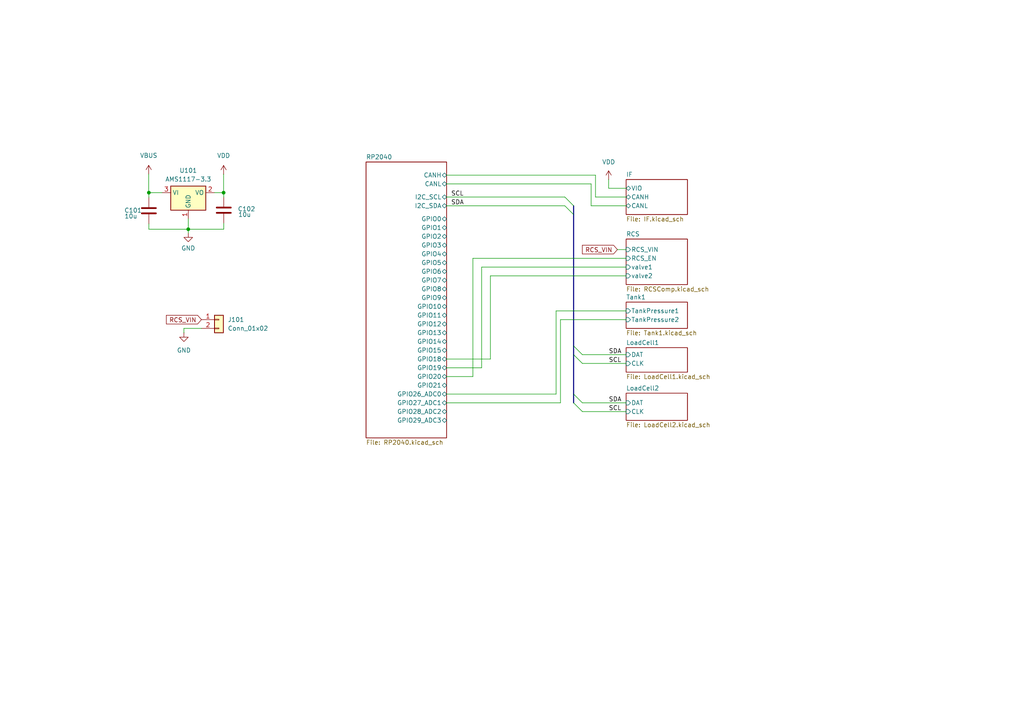
<source format=kicad_sch>
(kicad_sch (version 20231120) (generator "eeschema") (generator_version "8.0")
  (paper "A4")
  (lib_symbols
    (symbol "Connector_Generic:Conn_01x02" (pin_names (offset 1.016) hide)
      (property "Reference" "J" (at 0 2.54 0))
      (property "Value" "Conn_01x02" (at 0 -5.08 0))
      (symbol "Conn_01x02_1_1"
        (rectangle (start -1.27 -2.413) (end 0 -2.667) (stroke (width 0.1524)))
        (rectangle (start -1.27 0.127) (end 0 -0.127) (stroke (width 0.1524)))
        (rectangle (start -1.27 1.27) (end 1.27 -3.81) (stroke (width 0.254)) (fill (type background)))
        (pin passive line (at -5.08 0 0) (length 3.81) (name "Pin_1") (number "1"))
        (pin passive line (at -5.08 -2.54 0) (length 3.81) (name "Pin_2") (number "2"))
      )
    )
    (symbol "Device:C" (pin_numbers hide) (pin_names (offset 0.254))
      (property "Reference" "C" (at 0.635 2.54 0))
      (property "Value" "C" (at 0.635 -2.54 0))
      (symbol "C_0_1"
        (polyline (pts (xy -2.032 -0.762) (xy 2.032 -0.762)) (stroke (width 0.508)))
        (polyline (pts (xy -2.032 0.762) (xy 2.032 0.762)) (stroke (width 0.508)))
      )
      (symbol "C_1_1"
        (pin passive line (at 0 3.81 270) (length 2.794) (name "~") (number "1"))
        (pin passive line (at 0 -3.81 90) (length 2.794) (name "~") (number "2"))
      )
    )
    (symbol "Regulator_Linear:AMS1117-3.3"
      (property "Reference" "U" (at -3.81 3.175 0))
      (property "Value" "AMS1117-3.3" (at 0 3.175 0))
      (symbol "AMS1117-3.3_0_1"
        (rectangle (start -5.08 -5.08) (end 5.08 1.905) (stroke (width 0.254)) (fill (type background)))
      )
      (symbol "AMS1117-3.3_1_1"
        (pin power_in line (at 0 -7.62 90) (length 2.54) (name "GND") (number "1"))
        (pin power_out line (at 7.62 0 180) (length 2.54) (name "VO") (number "2"))
        (pin power_in line (at -7.62 0 0) (length 2.54) (name "VI") (number "3"))
      )
    )
    (symbol "power:GND" (power) (pin_numbers hide) (pin_names (offset 0) hide)
      (property "Value" "GND" (at 0 -3.81 0))
      (symbol "GND_0_1"
        (polyline (pts (xy 0 0) (xy 0 -1.27) (xy 1.27 -1.27) (xy 0 -2.54) (xy -1.27 -1.27) (xy 0 -1.27)))
      )
      (symbol "GND_1_1"
        (pin power_in line (at 0 0 270) (length 0) (name "~") (number "1"))
      )
    )
    (symbol "power:VBUS" (power) (pin_numbers hide) (pin_names (offset 0) hide)
      (property "Value" "VBUS" (at 0 3.556 0))
      (symbol "VBUS_0_1"
        (polyline (pts (xy -0.762 1.27) (xy 0 2.54)))
        (polyline (pts (xy 0 0) (xy 0 2.54)))
        (polyline (pts (xy 0 2.54) (xy 0.762 1.27)))
      )
      (symbol "VBUS_1_1"
        (pin power_in line (at 0 0 90) (length 0) (name "~") (number "1"))
      )
    )
    (symbol "power:VDD" (power) (pin_numbers hide) (pin_names (offset 0) hide)
      (property "Value" "VDD" (at 0 3.556 0))
      (symbol "VDD_0_1"
        (polyline (pts (xy -0.762 1.27) (xy 0 2.54)))
        (polyline (pts (xy 0 0) (xy 0 2.54)))
        (polyline (pts (xy 0 2.54) (xy 0.762 1.27)))
      )
      (symbol "VDD_1_1"
        (pin power_in line (at 0 0 90) (length 0) (name "~") (number "1"))
      )
    )
  )
  (junction (at 64.8493 55.88))
  (junction (at 43.1769 55.88))
  (junction (at 54.6041 66.4865))
  (bus_entry (at 166.37 116.84) (size 2.54 2.54))
  (bus_entry (at 166.37 62.23) (size -2.54 -2.54))
  (bus_entry (at 166.37 59.69) (size -2.54 -2.54))
  (bus_entry (at 166.37 102.87) (size 2.54 2.54))
  (bus_entry (at 166.37 114.3) (size 2.54 2.54))
  (bus_entry (at 166.37 100.33) (size 2.54 2.54))
  (wire (pts (xy 64.8493 55.88) (xy 64.8493 50.536)))
  (bus (pts (xy 166.37 100.33) (xy 166.37 102.87)))
  (bus (pts (xy 166.37 114.3) (xy 166.37 116.84)))
  (wire (pts (xy 172.72 57.15) (xy 181.61 57.15)))
  (wire (pts (xy 162.56 116.84) (xy 129.54 116.84)))
  (wire (pts (xy 176.53 52.07) (xy 176.53 54.61)))
  (wire (pts (xy 181.61 74.93) (xy 137.16 74.93)))
  (wire (pts (xy 129.54 114.3) (xy 161.29 114.3)))
  (wire (pts (xy 64.9 57.1571) (xy 64.9 55.88)))
  (wire (pts (xy 181.61 59.69) (xy 171.45 59.69)))
  (wire (pts (xy 142.24 104.14) (xy 142.24 80.01)))
  (wire (pts (xy 54.6041 63.5) (xy 54.61 63.5)))
  (bus (pts (xy 166.37 62.23) (xy 166.37 100.33)))
  (wire (pts (xy 137.16 74.93) (xy 137.16 109.22)))
  (wire (pts (xy 64.8493 55.88) (xy 64.9 55.88)))
  (wire (pts (xy 43.1769 66.4865) (xy 54.6041 66.4865)))
  (wire (pts (xy 179.07 72.39) (xy 181.61 72.39)))
  (wire (pts (xy 129.54 104.14) (xy 142.24 104.14)))
  (wire (pts (xy 168.91 102.87) (xy 181.61 102.87)))
  (wire (pts (xy 53.34 96.52) (xy 53.34 95.25)))
  (wire (pts (xy 129.54 106.68) (xy 139.7 106.68)))
  (wire (pts (xy 181.61 54.61) (xy 176.53 54.61)))
  (wire (pts (xy 64.9 66.4865) (xy 54.6041 66.4865)))
  (wire (pts (xy 161.29 90.17) (xy 181.61 90.17)))
  (bus (pts (xy 166.37 102.87) (xy 166.37 114.3)))
  (wire (pts (xy 43.1769 57.309) (xy 43.1769 55.88)))
  (wire (pts (xy 181.61 92.71) (xy 162.56 92.71)))
  (bus (pts (xy 166.37 59.69) (xy 166.37 62.23)))
  (wire (pts (xy 162.56 92.71) (xy 162.56 116.84)))
  (wire (pts (xy 43.1769 55.88) (xy 46.99 55.88)))
  (wire (pts (xy 53.34 95.25) (xy 58.42 95.25)))
  (wire (pts (xy 172.72 50.8) (xy 172.72 57.15)))
  (wire (pts (xy 54.6041 66.4865) (xy 54.6041 63.5)))
  (wire (pts (xy 168.91 116.84) (xy 181.61 116.84)))
  (wire (pts (xy 64.9 64.7771) (xy 64.9 66.4865)))
  (wire (pts (xy 129.54 50.8) (xy 172.72 50.8)))
  (wire (pts (xy 43.1769 64.929) (xy 43.1769 66.4865)))
  (wire (pts (xy 168.91 105.41) (xy 181.61 105.41)))
  (wire (pts (xy 43.1263 55.88) (xy 43.1769 55.88)))
  (wire (pts (xy 161.29 114.3) (xy 161.29 90.17)))
  (wire (pts (xy 137.16 109.22) (xy 129.54 109.22)))
  (wire (pts (xy 181.61 80.01) (xy 142.24 80.01)))
  (wire (pts (xy 129.54 57.15) (xy 163.83 57.15)))
  (wire (pts (xy 129.54 59.69) (xy 163.83 59.69)))
  (wire (pts (xy 171.45 53.34) (xy 129.54 53.34)))
  (wire (pts (xy 43.1263 50.4853) (xy 43.1263 55.88)))
  (wire (pts (xy 168.91 119.38) (xy 181.61 119.38)))
  (wire (pts (xy 62.23 55.88) (xy 64.8493 55.88)))
  (wire (pts (xy 139.7 77.47) (xy 181.61 77.47)))
  (wire (pts (xy 171.45 59.69) (xy 171.45 53.34)))
  (wire (pts (xy 54.6041 67.5791) (xy 54.6041 66.4865)))
  (wire (pts (xy 139.7 106.68) (xy 139.7 77.47)))
  (label "SDA" (at 176.53 102.87 0))
  (label "SCL" (at 130.81 57.15 0))
  (label "SDA" (at 176.53 116.84 0))
  (label "SCL" (at 176.53 119.38 0))
  (label "SCL" (at 176.53 105.41 0))
  (label "SDA" (at 130.81 59.69 0))
  (global_label "RCS_VIN" (shape input) (at 179.07 72.39 180) (property "Intersheetrefs" "${INTERSHEET_REFS}" (effects (hide yes))))
  (global_label "RCS_VIN" (shape input) (at 58.42 92.71 180) (property "Intersheetrefs" "${INTERSHEET_REFS}" (effects (hide yes))))
  (symbol (lib_id "power:GND") (at 54.6041 67.5791 0) (unit 1)
    (property "Reference" "#PWR0103" (effects (hide yes)))
    (property "Value" "GND" (at 54.6041 71.9884 0))
    (property "Description" "Power symbol creates a global label with name \"GND\" , ground" (effects (hide yes)))
  )
  (symbol (lib_id "Device:C") (at 64.9 60.9671 0) (unit 1)
    (property "Reference" "C102" (at 68.9466 60.6126 0) (effects (justify left)))
    (property "Value" "10u" (at 69.0548 62.237 0) (effects (justify left)))
    (property "Footprint" "Capacitor_SMD:C_0603_1608Metric" (effects (hide yes)))
    (property "Description" "Unpolarized capacitor" (effects (hide yes)))
    (property "LCSC" "C96446" (effects (hide yes)))
  )
  (symbol (lib_id "power:VDD") (at 176.53 52.07 0) (unit 1)
    (property "Reference" "#PWR0105" (effects (hide yes)))
    (property "Value" "VDD" (at 176.53 46.99 0))
    (property "Description" "Power symbol creates a global label with name \"VDD\"" (effects (hide yes)))
  )
  (symbol (lib_id "power:VBUS") (at 43.1263 50.4853 0) (unit 1)
    (property "Reference" "#PWR0101" (effects (hide yes)))
    (property "Value" "VBUS" (at 43.1263 45.1077 0))
    (property "Description" "Power symbol creates a global label with name \"VBUS\"" (effects (hide yes)))
  )
  (symbol (lib_id "power:VDD") (at 64.8493 50.536 0) (unit 1)
    (property "Reference" "#PWR0104" (effects (hide yes)))
    (property "Value" "VDD" (at 64.8493 45.1372 0))
    (property "Description" "Power symbol creates a global label with name \"VDD\"" (effects (hide yes)))
  )
  (symbol (lib_id "Connector_Generic:Conn_01x02") (at 63.5 92.71 0) (unit 1)
    (property "Reference" "J101" (at 66.04 92.7099 0) (effects (justify left)))
    (property "Value" "Conn_01x02" (at 66.04 95.2499 0) (effects (justify left)))
    (property "Footprint" "Connector_JST:JST_XH_B2B-XH-A_1x02_P2.50mm_Vertical" (effects (hide yes)))
    (property "Description" "Generic connector, single row, 01x02, script generated (kicad-library-utils/schlib/autogen/connector/)" (effects (hide yes)))
  )
  (symbol (lib_id "Regulator_Linear:AMS1117-3.3") (at 54.61 55.88 0) (unit 1)
    (property "Reference" "U101" (at 54.61 49.4491 0))
    (property "Value" "AMS1117-3.3" (at 54.61 51.9891 0))
    (property "Footprint" "Package_TO_SOT_SMD:SOT-223-3_TabPin2" (effects (hide yes)))
    (property "Datasheet" "http://www.advanced-monolithic.com/pdf/ds1117.pdf" (effects (hide yes)))
    (property "Description" "1A Low Dropout regulator, positive, 3.3V fixed output, SOT-223" (effects (hide yes)))
    (property "LCSC" "C6186" (effects (hide yes)))
  )
  (symbol (lib_id "power:GND") (at 53.34 96.52 0) (unit 1)
    (property "Reference" "#PWR0102" (effects (hide yes)))
    (property "Value" "GND" (at 53.34 101.6 0))
    (property "Description" "Power symbol creates a global label with name \"GND\" , ground" (effects (hide yes)))
  )
  (symbol (lib_id "Device:C") (at 43.1769 61.119 0) (unit 1)
    (property "Reference" "C101" (at 36.033 61.0177 0) (effects (justify left)))
    (property "Value" "10u" (at 36.0667 62.7056 0) (effects (justify left)))
    (property "Footprint" "Capacitor_SMD:C_0603_1608Metric" (effects (hide yes)))
    (property "Description" "Unpolarized capacitor" (effects (hide yes)))
    (property "LCSC" "C96446" (effects (hide yes)))
  )
  (sheet (at 181.61 69.342) (size 17.78 13.208) (stroke (width 0.1524))
    (property "Sheetname" "RCS" (at 181.61 68.6304 0) (effects (justify left bottom)))
    (property "Sheetfile" "RCSComp.kicad_sch" (at 181.61 83.1346 0) (effects (justify left top)))
    (pin "RCS_VIN" input (at 181.61 72.39 180))
    (pin "RCS_EN" input (at 181.61 74.93 180))
    (pin "valve1" input (at 181.61 77.47 180))
    (pin "valve2" input (at 181.61 80.01 180))
  )
  (sheet (at 106.172 46.99) (size 23.368 80.01) (stroke (width 0.1524))
    (property "Sheetname" "RP2040" (at 106.172 46.2784 0) (effects (justify left bottom)))
    (property "Sheetfile" "RP2040.kicad_sch" (at 106.172 127.5846 0) (effects (justify left top)))
    (pin "GPIO18" bidirectional (at 129.54 104.14 0))
    (pin "GPIO21" bidirectional (at 129.54 111.76 0))
    (pin "GPIO20" bidirectional (at 129.54 109.22 0))
    (pin "GPIO19" bidirectional (at 129.54 106.68 0))
    (pin "GPIO26_ADC0" bidirectional (at 129.54 114.3 0))
    (pin "GPIO28_ADC2" bidirectional (at 129.54 119.38 0))
    (pin "GPIO27_ADC1" bidirectional (at 129.54 116.84 0))
    (pin "GPIO29_ADC3" bidirectional (at 129.54 121.92 0))
    (pin "GPIO15" bidirectional (at 129.54 101.6 0))
    (pin "GPIO12" bidirectional (at 129.54 93.98 0))
    (pin "GPIO9" bidirectional (at 129.54 86.36 0))
    (pin "GPIO13" bidirectional (at 129.54 96.52 0))
    (pin "GPIO11" bidirectional (at 129.54 91.44 0))
    (pin "GPIO14" bidirectional (at 129.54 99.06 0))
    (pin "GPIO10" bidirectional (at 129.54 88.9 0))
    (pin "I2C_SCL" bidirectional (at 129.54 57.15 0))
    (pin "I2C_SDA" bidirectional (at 129.54 59.69 0))
    (pin "GPIO4" bidirectional (at 129.54 73.66 0))
    (pin "GPIO0" bidirectional (at 129.54 63.5 0))
    (pin "GPIO1" bidirectional (at 129.54 66.04 0))
    (pin "GPIO3" bidirectional (at 129.54 71.12 0))
    (pin "GPIO2" bidirectional (at 129.54 68.58 0))
    (pin "GPIO6" bidirectional (at 129.54 78.74 0))
    (pin "GPIO5" bidirectional (at 129.54 76.2 0))
    (pin "GPIO7" bidirectional (at 129.54 81.28 0))
    (pin "GPIO8" bidirectional (at 129.54 83.82 0))
    (pin "CANH" bidirectional (at 129.54 50.8 0))
    (pin "CANL" bidirectional (at 129.54 53.34 0))
  )
  (sheet (at 181.61 87.63) (size 17.78 7.62) (stroke (width 0.1524))
    (property "Sheetname" "Tank1" (at 181.61 86.9184 0) (effects (justify left bottom)))
    (property "Sheetfile" "Tank1.kicad_sch" (at 181.61 95.8346 0) (effects (justify left top)))
    (pin "TankPressure1" input (at 181.61 90.17 180))
    (pin "TankPressure2" input (at 181.61 92.71 180))
  )
  (sheet (at 181.61 52.07) (size 17.78 10.16) (stroke (width 0.1524))
    (property "Sheetname" "IF" (at 181.61 51.3584 0) (effects (justify left bottom)))
    (property "Sheetfile" "IF.kicad_sch" (at 181.61 62.8146 0) (effects (justify left top)))
    (pin "VIO" bidirectional (at 181.61 54.61 180))
    (pin "CANH" bidirectional (at 181.61 57.15 180))
    (pin "CANL" bidirectional (at 181.61 59.69 180))
  )
  (sheet (at 181.61 114.046) (size 17.78 7.874) (stroke (width 0.1524))
    (property "Sheetname" "LoadCell2" (at 181.61 113.3344 0) (effects (justify left bottom)))
    (property "Sheetfile" "LoadCell2.kicad_sch" (at 181.61 122.5046 0) (effects (justify left top)))
    (pin "CLK" input (at 181.61 119.38 180))
    (pin "DAT" input (at 181.61 116.84 180))
  )
  (sheet (at 181.61 100.838) (size 17.78 7.112) (stroke (width 0.1524))
    (property "Sheetname" "LoadCell1" (at 181.61 100.1264 0) (effects (justify left bottom)))
    (property "Sheetfile" "LoadCell1.kicad_sch" (at 181.61 108.5346 0) (effects (justify left top)))
    (pin "DAT" input (at 181.61 102.87 180))
    (pin "CLK" input (at 181.61 105.41 180))
  )
)
</source>
